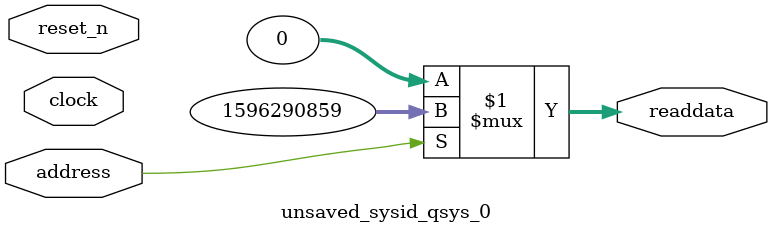
<source format=v>



// synthesis translate_off
`timescale 1ns / 1ps
// synthesis translate_on

// turn off superfluous verilog processor warnings 
// altera message_level Level1 
// altera message_off 10034 10035 10036 10037 10230 10240 10030 

module unsaved_sysid_qsys_0 (
               // inputs:
                address,
                clock,
                reset_n,

               // outputs:
                readdata
             )
;

  output  [ 31: 0] readdata;
  input            address;
  input            clock;
  input            reset_n;

  wire    [ 31: 0] readdata;
  //control_slave, which is an e_avalon_slave
  assign readdata = address ? 1596290859 : 0;

endmodule



</source>
